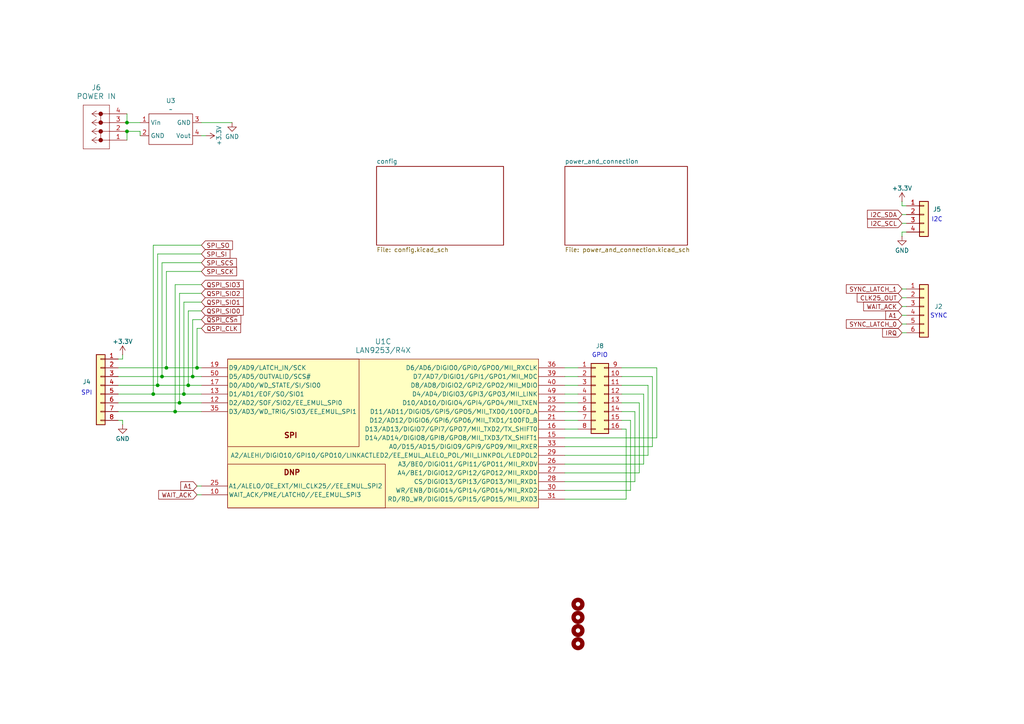
<source format=kicad_sch>
(kicad_sch (version 20231120) (generator "eeschema") (generator_version "8.0")
  (paper "A4")
  (title_block (title "Kyncat") (date "2025-01-03") (rev "0.0.1") (company "Kynsight GmbH") (comment 1 "Git : https://git.keydev.me/kynsight/Kyncathttps://git.keydev.me/kynsight/Kyncat") (comment 2 "EtherCAT devices for various use cases. This one is the first test board"))
  (lib_symbols
    (symbol "370_DCDC_Module:arnie4833"
      (property "Reference" "U" (at -5.588 6.35 0))
      (symbol "arnie4833_0_1"
        (rectangle (start -6.35 5.08) (end 6.35 -3.81))
      )
      (symbol "arnie4833_1_1"
        (pin power_in line (at -8.89 2.54 0) (length 2.54) (name "Vin") (number "1"))
        (pin power_in line (at -8.89 -1.27 0) (length 2.54) (name "GND") (number "2"))
        (pin power_out line (at 8.89 2.54 180) (length 2.54) (name "GND") (number "3"))
        (pin power_in line (at 8.89 -1.27 180) (length 2.54) (name "Vout") (number "4"))
      )
    )
    (symbol "470_specific_microchip:LAN9253_R4X" (pin_names (offset 0.254))
      (property "Reference" "U" (at -38.1 29.464 0))
      (property "Value" "LAN9253/R4X" (at -30.226 -31.242 0))
      (symbol "LAN9253_R4X_1_1"
        (rectangle (start -38.1 27.94) (end 38.1 -29.21) (fill (type background)))
        (polyline (pts (xy 0 -7.62) (xy 38.1 -7.62)))
        (polyline (pts (xy 38.1 13.97) (xy -38.1 13.97)))
        (polyline (pts (xy -38.1 -3.81) (xy 0 -3.81) (xy 0 13.97)))
        (polyline (pts (xy 0 -2.54) (xy 0 -29.21) (xy -38.1 -29.21)))
        (text "INT PORT1" (at 15.748 3.556 0) (effects (font (size 1.524 1.524) (thickness 0.3048) (bold yes))))
        (text "INT PORT2" (at 15.24 -19.05 0) (effects (font (size 1.524 1.524) (thickness 0.3048) (bold yes))))
        (text "OCS" (at -14.224 5.08 0) (effects (font (size 1.524 1.524) (thickness 0.3048) (bold yes))))
        (text "OTHER \nSIGNALS" (at -13.462 -12.954 0) (effects (font (size 1.524 1.524) (thickness 0.3048) (bold yes))))
        (text "POWER" (at -35.306 20.574 900) (effects (font (size 1.524 1.524) (thickness 0.3048) (bold yes))))
        (pin input line (at -45.72 7.62 0) (length 7.62) (name "OSCI") (number "1"))
        (pin bidirectional line (at -45.72 -15.24 0) (length 7.62) (name "RST#") (number "11"))
        (pin power_in line (at -5.08 35.56 270) (length 7.62) (name "VDDIO") (number "14"))
        (pin output line (at -45.72 3.81 0) (length 7.62) (name "OSCO") (number "2"))
        (pin power_in line (at -2.54 35.56 270) (length 7.62) (name "VDDIO") (number "20"))
        (pin power_in line (at 15.24 35.56 270) (length 7.62) (name "VDDCR") (number "24"))
        (pin power_in line (at -45.72 11.43 0) (length 7.62) (name "OSCVDD12") (number "3"))
        (pin power_in line (at 0 35.56 270) (length 7.62) (name "VDDIO") (number "32"))
        (pin power_in line (at 2.54 35.56 270) (length 7.62) (name "VDDIO") (number "37"))
        (pin power_in line (at 17.78 35.56 270) (length 7.62) (name "VDDCR") (number "38"))
        (pin power_out line (at -45.72 0 0) (length 7.62) (name "OSCVSS") (number "4"))
        (pin input line (at -45.72 -26.67 0) (length 7.62) (name "TESTMODE") (number "41"))
        (pin bidirectional line (at -45.72 -19.05 0) (length 7.62) (name "IRQ/LATCH1") (number "44"))
        (pin power_in line (at 5.08 35.56 270) (length 7.62) (name "VDDIO") (number "47"))
        (pin power_in line (at -12.7 35.56 270) (length 7.62) (name "VDD33") (number "5"))
        (pin power_in line (at -30.48 35.56 270) (length 7.62) (name "VDD33TXRX1") (number "51"))
        (pin unspecified line (at 45.72 7.62 180) (length 7.62) (name "TNXA") (number "52"))
        (pin unspecified line (at 45.72 5.08 180) (length 7.62) (name "TXPA") (number "53"))
        (pin unspecified line (at 45.72 2.54 180) (length 7.62) (name "RXNA") (number "54"))
        (pin unspecified line (at 45.72 0 180) (length 7.62) (name "RXPA") (number "55"))
        (pin power_in line (at 25.4 35.56 270) (length 7.62) (name "VDD12TX1") (number "56"))
        (pin unspecified line (at -45.72 -11.43 0) (length 7.62) (name "RBIAS") (number "57"))
        (pin power_in line (at -20.32 35.56 270) (length 7.62) (name "VDD33BIAS") (number "58"))
        (pin power_in line (at 27.94 35.56 270) (length 7.62) (name "VDD12TX2") (number "59"))
        (pin power_in line (at 12.7 35.56 270) (length 7.62) (name "VDDCR") (number "6"))
        (pin unspecified line (at 45.72 -22.86 180) (length 7.62) (name "RXPB") (number "60"))
        (pin unspecified line (at 45.72 -20.32 180) (length 7.62) (name "RXNB") (number "61"))
        (pin unspecified line (at 45.72 -17.78 180) (length 7.62) (name "TXPB") (number "62"))
        (pin unspecified line (at 45.72 -15.24 180) (length 7.62) (name "TXNB") (number "63"))
        (pin power_in line (at -27.94 35.56 270) (length 7.62) (name "VDD33TXRX2") (number "64"))
        (pin power_out line (at 35.56 35.56 270) (length 7.62) (name "GND") (number "65"))
        (pin unspecified line (at -45.72 -7.62 0) (length 7.62) (name "REG_EN") (number "7"))
        (pin bidirectional line (at -45.72 -22.86 0) (length 7.62) (name "CLK_25/CLK_25_EN/XTAL_MODE") (number "8"))
      )
      (symbol "LAN9253_R4X_2_1"
        (rectangle (start -53.34 10.16) (end 50.8 -10.16) (fill (type background)))
        (polyline (pts (xy -53.34 0) (xy 50.8 0)))
        (polyline (pts (xy 0 10.16) (xy 0 -10.16)))
        (text "Clock Sync/Latch \n      (OUT/IN)" (at -12.7 5.08 0) (effects (font (size 1.524 1.524) (thickness 0.3048) (bold yes))))
        (text "I2C\nEEPROM" (at 20.32 -4.826 0) (effects (font (size 1.524 1.524) (thickness 0.3048) (bold yes))))
        (text "MODE" (at 5.334 3.556 0) (effects (font (size 1.524 1.524) (thickness 0.3048) (bold yes))))
        (text "Status" (at -10.414 -3.302 0) (effects (font (size 1.524 1.524) (thickness 0.3048) (bold yes))))
        (pin bidirectional line (at -60.96 7.62 0) (length 7.62) (name "SYNC1/LATCH1/PME") (number "18"))
        (pin bidirectional line (at -60.96 3.81 0) (length 7.62) (name "SYNC0/LATCH0/PME") (number "34"))
        (pin bidirectional line (at 58.42 -3.81 180) (length 7.62) (name "EESDA/TMS/EE_EMUL1") (number "42"))
        (pin bidirectional line (at 58.42 -7.62 180) (length 7.62) (name "EESCL/TCK/EE_EMUL2") (number "43"))
        (pin bidirectional line (at -60.96 -7.62 0) (length 7.62) (name "RUNLED/STATE_RUNLED/E2PSIZE/EE_EMUL0/LEDPOL3") (number "45"))
        (pin bidirectional line (at 58.42 3.81 180) (length 7.62) (name "LINKACTLED1/TDI/CHIP_MODE1/LEDPOL1") (number "46"))
        (pin bidirectional line (at 58.42 7.62 180) (length 7.62) (name "LINKACTLED0/TDO/CHIP_MODE0/100FD_A/LEDPOL0") (number "48"))
        (pin bidirectional line (at -60.96 -3.81 0) (length 7.62) (name "ERRLED/PME/100FD_B/LEDPOL4") (number "9"))
      )
      (symbol "LAN9253_R4X_3_1"
        (rectangle (start -45.72 -11.43) (end 0 -24.13))
        (rectangle (start -45.72 19.05) (end 44.45 -24.13) (fill (type background)))
        (rectangle (start -7.62 19.05) (end -45.72 -6.35))
        (text "DNP" (at -27.0897 -13.8086 0) (effects (font (size 1.524 1.524) (thickness 0.3048) (bold yes))))
        (text "SPI" (at -27.432 -3.048 0) (effects (font (size 1.524 1.524) (thickness 0.3048) (bold yes))))
        (pin bidirectional line (at -53.34 -20.32 0) (length 7.62) (name "WAIT_ACK/PME/LATCH0//EE_EMUL_SPI3") (number "10"))
        (pin bidirectional line (at -53.34 6.35 0) (length 7.62) (name "D2/AD2/SOF/SIO2/EE_EMUL_SPI0") (number "12"))
        (pin bidirectional line (at -53.34 8.89 0) (length 7.62) (name "D1/AD1/EOF/SO/SIO1") (number "13"))
        (pin bidirectional line (at 52.07 -3.81 180) (length 7.62) (name "D14/AD14/DIGIO8/GPI8/GPO8/MII_TXD3/TX_SHIFT1") (number "15"))
        (pin bidirectional line (at 52.07 -1.27 180) (length 7.62) (name "D13/AD13/DIGIO7/GPI7/GPO7/MII_TXD2/TX_SHIFT0") (number "16"))
        (pin bidirectional line (at -53.34 11.43 0) (length 7.62) (name "D0/AD0/WD_STATE/SI/SIO0") (number "17"))
        (pin bidirectional line (at -53.34 16.51 0) (length 7.62) (name "D9/AD9/LATCH_IN/SCK") (number "19"))
        (pin bidirectional line (at 52.07 1.27 180) (length 7.62) (name "D12/AD12/DIGIO6/GPI6/GPO6/MII_TXD1/100FD_B") (number "21"))
        (pin bidirectional line (at 52.07 3.81 180) (length 7.62) (name "D11/AD11/DIGIO5/GPI5/GPO5/MII_TXD0/100FD_A") (number "22"))
        (pin bidirectional line (at 52.07 6.35 180) (length 7.62) (name "D10/AD10/DIGIO4/GPI4/GPO4/MII_TXEN") (number "23"))
        (pin bidirectional line (at -53.34 -17.78 0) (length 7.62) (name "A1/ALELO/OE_EXT/MII_CLK25//EE_EMUL_SPI2") (number "25"))
        (pin bidirectional line (at 52.07 -11.43 180) (length 7.62) (name "A3/BE0/DIGIO11/GPI11/GPO11/MII_RXDV") (number "26"))
        (pin bidirectional line (at 52.07 -13.97 180) (length 7.62) (name "A4/BE1/DIGIO12/GPI12/GPO12/MII_RXD0") (number "27"))
        (pin bidirectional line (at 52.07 -16.51 180) (length 7.62) (name "CS/DIGIO13/GPI13/GPO13/MII_RXD1") (number "28"))
        (pin bidirectional line (at 52.07 -8.89 180) (length 7.62) (name "A2/ALEHI/DIGIO10/GPI10/GPO10/LINKACTLED2/EE_EMUL_ALELO_POL/MII_LINKPOL/LEDPOL2") (number "29"))
        (pin bidirectional line (at 52.07 -19.05 180) (length 7.62) (name "WR/ENB/DIGIO14/GPI14/GPO14/MII_RXD2") (number "30"))
        (pin bidirectional line (at 52.07 -21.59 180) (length 7.62) (name "RD/RD_WR/DIGIO15/GPI15/GPO15/MII_RXD3") (number "31"))
        (pin bidirectional line (at 52.07 -6.35 180) (length 7.62) (name "A0/D15/AD15/DIGIO9/GPI9/GPO9/MII_RXER") (number "33"))
        (pin bidirectional line (at -53.34 3.81 0) (length 7.62) (name "D3/AD3/WD_TRIG/SIO3/EE_EMUL_SPI1") (number "35"))
        (pin bidirectional line (at 52.07 16.51 180) (length 7.62) (name "D6/AD6/DIGIO0/GPI0/GPO0/MII_RXCLK") (number "36"))
        (pin bidirectional line (at 52.07 13.97 180) (length 7.62) (name "D7/AD7/DIGIO1/GPI1/GPO1/MII_MDC") (number "39"))
        (pin bidirectional line (at 52.07 11.43 180) (length 7.62) (name "D8/AD8/DIGIO2/GPI2/GPO2/MII_MDIO") (number "40"))
        (pin bidirectional line (at 52.07 8.89 180) (length 7.62) (name "D4/AD4/DIGIO3/GPI3/GPO3/MII_LINK") (number "49"))
        (pin bidirectional line (at -53.34 13.97 0) (length 7.62) (name "D5/AD5/OUTVALID/SCS#") (number "50"))
      )
    )
    (symbol "810_Cable_To_Board:wago_2060-1452-998-404" (pin_names (offset 0.254))
      (property "Reference" "J" (at -4.826 3.81 0))
      (property "Value" "2060-452/998-404" (at 8.128 3.81 0))
      (symbol "wago_2060-1452-998-404_1_1"
        (polyline (pts (xy 5.08 -10.16) (xy 12.7 -10.16)) (stroke (width 0.127)))
        (polyline (pts (xy 5.08 2.54) (xy 5.08 -10.16)) (stroke (width 0.127)))
        (polyline (pts (xy 7.62 -5.08) (xy 7.62 -7.62)) (stroke (width 0.127)))
        (polyline (pts (xy 7.62 0) (xy 7.62 -2.54)) (stroke (width 0.127)))
        (polyline (pts (xy 10.16 -7.62) (xy 5.08 -7.62)) (stroke (width 0.127)))
        (polyline (pts (xy 10.16 -7.62) (xy 8.89 -8.4667)) (stroke (width 0.127)))
        (polyline (pts (xy 10.16 -7.62) (xy 8.89 -6.7733)) (stroke (width 0.127)))
        (polyline (pts (xy 10.16 -5.08) (xy 5.08 -5.08)) (stroke (width 0.127)))
        (polyline (pts (xy 10.16 -5.08) (xy 8.89 -5.9267)) (stroke (width 0.127)))
        (polyline (pts (xy 10.16 -5.08) (xy 8.89 -4.2333)) (stroke (width 0.127)))
        (polyline (pts (xy 10.16 -2.54) (xy 5.08 -2.54)) (stroke (width 0.127)))
        (polyline (pts (xy 10.16 -2.54) (xy 8.89 -3.3867)) (stroke (width 0.127)))
        (polyline (pts (xy 10.16 -2.54) (xy 8.89 -1.6933)) (stroke (width 0.127)))
        (polyline (pts (xy 10.16 0) (xy 5.08 0)) (stroke (width 0.127)))
        (polyline (pts (xy 10.16 0) (xy 8.89 -0.8467)) (stroke (width 0.127)))
        (polyline (pts (xy 10.16 0) (xy 8.89 0.8467)) (stroke (width 0.127)))
        (polyline (pts (xy 12.7 -10.16) (xy 12.7 2.54)) (stroke (width 0.127)))
        (polyline (pts (xy 12.7 2.54) (xy 5.08 2.54)) (stroke (width 0.127)))
        (circle (center 7.62 -7.62) (radius 0.127) (stroke (width 0.508)))
        (circle (center 7.62 -5.08) (radius 0.127) (stroke (width 0.508)))
        (circle (center 7.62 -2.54) (radius 0.127) (stroke (width 0.508)))
        (circle (center 7.62 0) (radius 0.127) (stroke (width 0.508)))
        (pin unspecified line (at 0 0 0) (length 5.08) (name "") (number "1"))
        (pin unspecified line (at 0 -2.54 0) (length 5.08) (name "") (number "2"))
        (pin unspecified line (at 0 -5.08 0) (length 5.08) (name "") (number "3"))
        (pin unspecified line (at 0 -7.62 0) (length 5.08) (name "") (number "4"))
      )
      (symbol "wago_2060-1452-998-404_1_2"
        (polyline (pts (xy 5.08 -10.16) (xy 12.7 -10.16)) (stroke (width 0.127)))
        (polyline (pts (xy 5.08 2.54) (xy 5.08 -10.16)) (stroke (width 0.127)))
        (polyline (pts (xy 7.62 -5.08) (xy 7.62 -7.62)) (stroke (width 0.127)))
        (polyline (pts (xy 7.62 0) (xy 7.62 -2.54)) (stroke (width 0.127)))
        (polyline (pts (xy 10.16 -7.62) (xy 5.08 -7.62)) (stroke (width 0.127)))
        (polyline (pts (xy 10.16 -7.62) (xy 8.89 -8.4667)) (stroke (width 0.127)))
        (polyline (pts (xy 10.16 -7.62) (xy 8.89 -6.7733)) (stroke (width 0.127)))
        (polyline (pts (xy 10.16 -5.08) (xy 5.08 -5.08)) (stroke (width 0.127)))
        (polyline (pts (xy 10.16 -5.08) (xy 8.89 -5.9267)) (stroke (width 0.127)))
        (polyline (pts (xy 10.16 -5.08) (xy 8.89 -4.2333)) (stroke (width 0.127)))
        (polyline (pts (xy 10.16 -2.54) (xy 5.08 -2.54)) (stroke (width 0.127)))
        (polyline (pts (xy 10.16 -2.54) (xy 8.89 -3.3867)) (stroke (width 0.127)))
        (polyline (pts (xy 10.16 -2.54) (xy 8.89 -1.6933)) (stroke (width 0.127)))
        (polyline (pts (xy 10.16 0) (xy 5.08 0)) (stroke (width 0.127)))
        (polyline (pts (xy 10.16 0) (xy 8.89 -0.8467)) (stroke (width 0.127)))
        (polyline (pts (xy 10.16 0) (xy 8.89 0.8467)) (stroke (width 0.127)))
        (polyline (pts (xy 12.7 -10.16) (xy 12.7 2.54)) (stroke (width 0.127)))
        (polyline (pts (xy 12.7 2.54) (xy 5.08 2.54)) (stroke (width 0.127)))
        (circle (center 7.62 -7.62) (radius 0.127) (stroke (width 0.508)))
        (circle (center 7.62 -5.08) (radius 0.127) (stroke (width 0.508)))
        (circle (center 7.62 -2.54) (radius 0.127) (stroke (width 0.508)))
        (circle (center 7.62 0) (radius 0.127) (stroke (width 0.508)))
        (pin unspecified line (at 0 0 0) (length 5.08) (name "1_1") (number "1"))
        (pin unspecified line (at 0 -2.54 0) (length 5.08) (name "1_2") (number "2"))
        (pin unspecified line (at 0 -5.08 0) (length 5.08) (name "2_1") (number "3"))
        (pin unspecified line (at 0 -7.62 0) (length 5.08) (name "2_2") (number "4"))
      )
    )
    (symbol "Connector_Generic:Conn_01x04" (pin_names (offset 1.016) hide)
      (property "Reference" "J" (at 0 5.08 0))
      (property "Value" "Conn_01x04" (at 0 -7.62 0))
      (symbol "Conn_01x04_1_1"
        (rectangle (start -1.27 -4.953) (end 0 -5.207) (stroke (width 0.1524)))
        (rectangle (start -1.27 -2.413) (end 0 -2.667) (stroke (width 0.1524)))
        (rectangle (start -1.27 0.127) (end 0 -0.127) (stroke (width 0.1524)))
        (rectangle (start -1.27 2.667) (end 0 2.413) (stroke (width 0.1524)))
        (rectangle (start -1.27 3.81) (end 1.27 -6.35) (stroke (width 0.254)) (fill (type background)))
        (pin passive line (at -5.08 2.54 0) (length 3.81) (name "Pin_1") (number "1"))
        (pin passive line (at -5.08 0 0) (length 3.81) (name "Pin_2") (number "2"))
        (pin passive line (at -5.08 -2.54 0) (length 3.81) (name "Pin_3") (number "3"))
        (pin passive line (at -5.08 -5.08 0) (length 3.81) (name "Pin_4") (number "4"))
      )
    )
    (symbol "Connector_Generic:Conn_01x06" (pin_names (offset 1.016) hide)
      (property "Reference" "J" (at 0 7.62 0))
      (property "Value" "Conn_01x06" (at 0 -10.16 0))
      (symbol "Conn_01x06_1_1"
        (rectangle (start -1.27 -7.493) (end 0 -7.747) (stroke (width 0.1524)))
        (rectangle (start -1.27 -4.953) (end 0 -5.207) (stroke (width 0.1524)))
        (rectangle (start -1.27 -2.413) (end 0 -2.667) (stroke (width 0.1524)))
        (rectangle (start -1.27 0.127) (end 0 -0.127) (stroke (width 0.1524)))
        (rectangle (start -1.27 2.667) (end 0 2.413) (stroke (width 0.1524)))
        (rectangle (start -1.27 5.207) (end 0 4.953) (stroke (width 0.1524)))
        (rectangle (start -1.27 6.35) (end 1.27 -8.89) (stroke (width 0.254)) (fill (type background)))
        (pin passive line (at -5.08 5.08 0) (length 3.81) (name "Pin_1") (number "1"))
        (pin passive line (at -5.08 2.54 0) (length 3.81) (name "Pin_2") (number "2"))
        (pin passive line (at -5.08 0 0) (length 3.81) (name "Pin_3") (number "3"))
        (pin passive line (at -5.08 -2.54 0) (length 3.81) (name "Pin_4") (number "4"))
        (pin passive line (at -5.08 -5.08 0) (length 3.81) (name "Pin_5") (number "5"))
        (pin passive line (at -5.08 -7.62 0) (length 3.81) (name "Pin_6") (number "6"))
      )
    )
    (symbol "Connector_Generic:Conn_01x08" (pin_names (offset 1.016) hide)
      (property "Reference" "J" (at 0 10.16 0))
      (property "Value" "Conn_01x08" (at 0 -12.7 0))
      (symbol "Conn_01x08_1_1"
        (rectangle (start -1.27 -10.033) (end 0 -10.287) (stroke (width 0.1524)))
        (rectangle (start -1.27 -7.493) (end 0 -7.747) (stroke (width 0.1524)))
        (rectangle (start -1.27 -4.953) (end 0 -5.207) (stroke (width 0.1524)))
        (rectangle (start -1.27 -2.413) (end 0 -2.667) (stroke (width 0.1524)))
        (rectangle (start -1.27 0.127) (end 0 -0.127) (stroke (width 0.1524)))
        (rectangle (start -1.27 2.667) (end 0 2.413) (stroke (width 0.1524)))
        (rectangle (start -1.27 5.207) (end 0 4.953) (stroke (width 0.1524)))
        (rectangle (start -1.27 7.747) (end 0 7.493) (stroke (width 0.1524)))
        (rectangle (start -1.27 8.89) (end 1.27 -11.43) (stroke (width 0.254)) (fill (type background)))
        (pin passive line (at -5.08 7.62 0) (length 3.81) (name "Pin_1") (number "1"))
        (pin passive line (at -5.08 5.08 0) (length 3.81) (name "Pin_2") (number "2"))
        (pin passive line (at -5.08 2.54 0) (length 3.81) (name "Pin_3") (number "3"))
        (pin passive line (at -5.08 0 0) (length 3.81) (name "Pin_4") (number "4"))
        (pin passive line (at -5.08 -2.54 0) (length 3.81) (name "Pin_5") (number "5"))
        (pin passive line (at -5.08 -5.08 0) (length 3.81) (name "Pin_6") (number "6"))
        (pin passive line (at -5.08 -7.62 0) (length 3.81) (name "Pin_7") (number "7"))
        (pin passive line (at -5.08 -10.16 0) (length 3.81) (name "Pin_8") (number "8"))
      )
    )
    (symbol "Connector_Generic:Conn_02x08_Top_Bottom" (pin_names (offset 1.016) hide)
      (property "Reference" "J" (at 1.27 10.16 0))
      (property "Value" "Conn_02x08_Top_Bottom" (at 1.27 -12.7 0))
      (symbol "Conn_02x08_Top_Bottom_1_1"
        (rectangle (start -1.27 -10.033) (end 0 -10.287) (stroke (width 0.1524)))
        (rectangle (start -1.27 -7.493) (end 0 -7.747) (stroke (width 0.1524)))
        (rectangle (start -1.27 -4.953) (end 0 -5.207) (stroke (width 0.1524)))
        (rectangle (start -1.27 -2.413) (end 0 -2.667) (stroke (width 0.1524)))
        (rectangle (start -1.27 0.127) (end 0 -0.127) (stroke (width 0.1524)))
        (rectangle (start -1.27 2.667) (end 0 2.413) (stroke (width 0.1524)))
        (rectangle (start -1.27 5.207) (end 0 4.953) (stroke (width 0.1524)))
        (rectangle (start -1.27 7.747) (end 0 7.493) (stroke (width 0.1524)))
        (rectangle (start -1.27 8.89) (end 3.81 -11.43) (stroke (width 0.254)) (fill (type background)))
        (rectangle (start 3.81 -10.033) (end 2.54 -10.287) (stroke (width 0.1524)))
        (rectangle (start 3.81 -7.493) (end 2.54 -7.747) (stroke (width 0.1524)))
        (rectangle (start 3.81 -4.953) (end 2.54 -5.207) (stroke (width 0.1524)))
        (rectangle (start 3.81 -2.413) (end 2.54 -2.667) (stroke (width 0.1524)))
        (rectangle (start 3.81 0.127) (end 2.54 -0.127) (stroke (width 0.1524)))
        (rectangle (start 3.81 2.667) (end 2.54 2.413) (stroke (width 0.1524)))
        (rectangle (start 3.81 5.207) (end 2.54 4.953) (stroke (width 0.1524)))
        (rectangle (start 3.81 7.747) (end 2.54 7.493) (stroke (width 0.1524)))
        (pin passive line (at -5.08 7.62 0) (length 3.81) (name "Pin_1") (number "1"))
        (pin passive line (at 7.62 5.08 180) (length 3.81) (name "Pin_10") (number "10"))
        (pin passive line (at 7.62 2.54 180) (length 3.81) (name "Pin_11") (number "11"))
        (pin passive line (at 7.62 0 180) (length 3.81) (name "Pin_12") (number "12"))
        (pin passive line (at 7.62 -2.54 180) (length 3.81) (name "Pin_13") (number "13"))
        (pin passive line (at 7.62 -5.08 180) (length 3.81) (name "Pin_14") (number "14"))
        (pin passive line (at 7.62 -7.62 180) (length 3.81) (name "Pin_15") (number "15"))
        (pin passive line (at 7.62 -10.16 180) (length 3.81) (name "Pin_16") (number "16"))
        (pin passive line (at -5.08 5.08 0) (length 3.81) (name "Pin_2") (number "2"))
        (pin passive line (at -5.08 2.54 0) (length 3.81) (name "Pin_3") (number "3"))
        (pin passive line (at -5.08 0 0) (length 3.81) (name "Pin_4") (number "4"))
        (pin passive line (at -5.08 -2.54 0) (length 3.81) (name "Pin_5") (number "5"))
        (pin passive line (at -5.08 -5.08 0) (length 3.81) (name "Pin_6") (number "6"))
        (pin passive line (at -5.08 -7.62 0) (length 3.81) (name "Pin_7") (number "7"))
        (pin passive line (at -5.08 -10.16 0) (length 3.81) (name "Pin_8") (number "8"))
        (pin passive line (at 7.62 7.62 180) (length 3.81) (name "Pin_9") (number "9"))
      )
    )
    (symbol "Mechanical:MountingHole" (pin_names (offset 1.016)) (exclude_from_sim yes) (in_bom no)
      (property "Reference" "H" (at 0 5.08 0))
      (property "Value" "MountingHole" (at 0 3.175 0))
      (symbol "MountingHole_0_1"
        (circle (center 0 0) (radius 1.27) (stroke (width 1.27)))
      )
    )
    (symbol "power:+3.3V" (power) (pin_numbers hide) (pin_names (offset 0) hide)
      (property "Value" "+3.3V" (at 0 3.556 0))
      (symbol "+3.3V_0_1"
        (polyline (pts (xy -0.762 1.27) (xy 0 2.54)))
        (polyline (pts (xy 0 0) (xy 0 2.54)))
        (polyline (pts (xy 0 2.54) (xy 0.762 1.27)))
      )
      (symbol "+3.3V_1_1"
        (pin power_in line (at 0 0 90) (length 0) (name "~") (number "1"))
      )
    )
    (symbol "power:GND" (power) (pin_numbers hide) (pin_names (offset 0) hide)
      (property "Value" "GND" (at 0 -3.81 0))
      (symbol "GND_0_1"
        (polyline (pts (xy 0 0) (xy 0 -1.27) (xy 1.27 -1.27) (xy 0 -2.54) (xy -1.27 -1.27) (xy 0 -1.27)))
      )
      (symbol "GND_1_1"
        (pin power_in line (at 0 0 270) (length 0) (name "~") (number "1"))
      )
    )
  )
  (junction (at 55.88 109.22))
  (junction (at 45.72 111.76))
  (junction (at 36.83 35.56))
  (junction (at 52.07 116.84))
  (junction (at 57.15 106.68))
  (junction (at 46.99 109.22))
  (junction (at 50.8 119.38))
  (junction (at 36.83 38.1))
  (junction (at 54.61 111.76))
  (junction (at 48.26 106.68))
  (junction (at 44.45 114.3))
  (junction (at 53.34 114.3))
  (wire (pts (xy 53.34 114.3) (xy 58.42 114.3)))
  (wire (pts (xy 187.96 132.08) (xy 187.96 111.76)))
  (wire (pts (xy 163.83 121.92) (xy 167.64 121.92)))
  (wire (pts (xy 46.99 76.2) (xy 58.42 76.2)))
  (wire (pts (xy 50.8 119.38) (xy 50.8 82.55)))
  (wire (pts (xy 53.34 87.63) (xy 58.42 87.63)))
  (wire (pts (xy 181.61 124.46) (xy 180.34 124.46)))
  (wire (pts (xy 187.96 111.76) (xy 180.34 111.76)))
  (wire (pts (xy 261.62 67.31) (xy 262.89 67.31)))
  (wire (pts (xy 262.89 62.23) (xy 261.62 62.23)))
  (wire (pts (xy 182.88 121.92) (xy 180.34 121.92)))
  (wire (pts (xy 44.45 71.12) (xy 58.42 71.12)))
  (wire (pts (xy 58.42 39.37) (xy 59.69 39.37)))
  (wire (pts (xy 50.8 119.38) (xy 58.42 119.38)))
  (wire (pts (xy 184.15 139.7) (xy 184.15 119.38)))
  (wire (pts (xy 52.07 116.84) (xy 58.42 116.84)))
  (wire (pts (xy 35.56 121.92) (xy 34.29 121.92)))
  (wire (pts (xy 182.88 142.24) (xy 182.88 121.92)))
  (wire (pts (xy 163.83 119.38) (xy 167.64 119.38)))
  (wire (pts (xy 163.83 124.46) (xy 167.64 124.46)))
  (wire (pts (xy 36.83 38.1) (xy 40.64 38.1)))
  (wire (pts (xy 55.88 92.71) (xy 58.42 92.71)))
  (wire (pts (xy 262.89 64.77) (xy 261.62 64.77)))
  (wire (pts (xy 34.29 116.84) (xy 52.07 116.84)))
  (wire (pts (xy 180.34 106.68) (xy 190.5 106.68)))
  (wire (pts (xy 36.83 35.56) (xy 40.64 35.56)))
  (wire (pts (xy 40.64 38.1) (xy 40.64 39.37)))
  (wire (pts (xy 34.29 104.14) (xy 35.56 104.14)))
  (wire (pts (xy 34.29 114.3) (xy 44.45 114.3)))
  (wire (pts (xy 57.15 95.25) (xy 58.42 95.25)))
  (wire (pts (xy 261.62 91.44) (xy 262.89 91.44)))
  (wire (pts (xy 46.99 109.22) (xy 46.99 76.2)))
  (wire (pts (xy 186.69 114.3) (xy 180.34 114.3)))
  (wire (pts (xy 57.15 143.51) (xy 58.42 143.51)))
  (wire (pts (xy 35.56 104.14) (xy 35.56 102.87)))
  (wire (pts (xy 52.07 85.09) (xy 58.42 85.09)))
  (wire (pts (xy 36.83 33.02) (xy 36.83 35.56)))
  (wire (pts (xy 186.69 134.62) (xy 186.69 114.3)))
  (wire (pts (xy 261.62 93.98) (xy 262.89 93.98)))
  (wire (pts (xy 48.26 106.68) (xy 48.26 78.74)))
  (wire (pts (xy 163.83 109.22) (xy 167.64 109.22)))
  (wire (pts (xy 45.72 73.66) (xy 58.42 73.66)))
  (wire (pts (xy 54.61 90.17) (xy 58.42 90.17)))
  (wire (pts (xy 57.15 140.97) (xy 58.42 140.97)))
  (wire (pts (xy 261.62 86.36) (xy 262.89 86.36)))
  (wire (pts (xy 163.83 114.3) (xy 167.64 114.3)))
  (wire (pts (xy 261.62 96.52) (xy 262.89 96.52)))
  (wire (pts (xy 261.62 83.82) (xy 262.89 83.82)))
  (wire (pts (xy 185.42 137.16) (xy 185.42 116.84)))
  (wire (pts (xy 45.72 111.76) (xy 54.61 111.76)))
  (wire (pts (xy 34.29 109.22) (xy 46.99 109.22)))
  (wire (pts (xy 261.62 88.9) (xy 262.89 88.9)))
  (wire (pts (xy 36.83 38.1) (xy 36.83 40.64)))
  (wire (pts (xy 55.88 109.22) (xy 58.42 109.22)))
  (wire (pts (xy 34.29 119.38) (xy 50.8 119.38)))
  (wire (pts (xy 58.42 35.56) (xy 67.31 35.56)))
  (wire (pts (xy 163.83 139.7) (xy 184.15 139.7)))
  (wire (pts (xy 35.56 121.92) (xy 35.56 123.19)))
  (wire (pts (xy 261.62 67.31) (xy 261.62 68.58)))
  (wire (pts (xy 54.61 111.76) (xy 58.42 111.76)))
  (wire (pts (xy 34.29 106.68) (xy 48.26 106.68)))
  (wire (pts (xy 185.42 116.84) (xy 180.34 116.84)))
  (wire (pts (xy 189.23 129.54) (xy 189.23 109.22)))
  (wire (pts (xy 55.88 109.22) (xy 55.88 92.71)))
  (wire (pts (xy 181.61 144.78) (xy 181.61 124.46)))
  (wire (pts (xy 44.45 114.3) (xy 44.45 71.12)))
  (wire (pts (xy 57.15 106.68) (xy 58.42 106.68)))
  (wire (pts (xy 48.26 106.68) (xy 57.15 106.68)))
  (wire (pts (xy 46.99 109.22) (xy 55.88 109.22)))
  (wire (pts (xy 190.5 127) (xy 190.5 106.68)))
  (wire (pts (xy 189.23 109.22) (xy 180.34 109.22)))
  (wire (pts (xy 163.83 106.68) (xy 167.64 106.68)))
  (wire (pts (xy 54.61 111.76) (xy 54.61 90.17)))
  (wire (pts (xy 261.62 59.69) (xy 261.62 58.42)))
  (wire (pts (xy 52.07 116.84) (xy 52.07 85.09)))
  (wire (pts (xy 57.15 106.68) (xy 57.15 95.25)))
  (wire (pts (xy 262.89 59.69) (xy 261.62 59.69)))
  (wire (pts (xy 163.83 127) (xy 190.5 127)))
  (wire (pts (xy 44.45 114.3) (xy 53.34 114.3)))
  (wire (pts (xy 163.83 129.54) (xy 189.23 129.54)))
  (wire (pts (xy 48.26 78.74) (xy 58.42 78.74)))
  (wire (pts (xy 184.15 119.38) (xy 180.34 119.38)))
  (wire (pts (xy 53.34 114.3) (xy 53.34 87.63)))
  (wire (pts (xy 45.72 111.76) (xy 45.72 73.66)))
  (wire (pts (xy 163.83 142.24) (xy 182.88 142.24)))
  (wire (pts (xy 163.83 111.76) (xy 167.64 111.76)))
  (wire (pts (xy 163.83 132.08) (xy 187.96 132.08)))
  (wire (pts (xy 163.83 137.16) (xy 185.42 137.16)))
  (wire (pts (xy 163.83 144.78) (xy 181.61 144.78)))
  (wire (pts (xy 163.83 116.84) (xy 167.64 116.84)))
  (wire (pts (xy 34.29 111.76) (xy 45.72 111.76)))
  (wire (pts (xy 50.8 82.55) (xy 58.42 82.55)))
  (wire (pts (xy 163.83 134.62) (xy 186.69 134.62)))
  (text "SYNC" (at 272.288 91.694 0) (effects (font (size 1.27 1.27))))
  (text "GPIO" (at 173.99 103.124 0) (effects (font (size 1.27 1.27))))
  (text "SPI" (at 25.146 114.046 0) (effects (font (size 1.27 1.27))))
  (text "I2C" (at 271.78 63.754 0) (effects (font (size 1.27 1.27))))
  (global_label "I2C_SDA" (shape input) (at 261.62 62.23 180) (property "Intersheetrefs" "${INTERSHEET_REFS}" (effects (hide yes))))
  (global_label "WAIT_ACK" (shape input) (at 261.62 88.9 180) (property "Intersheetrefs" "${INTERSHEET_REFS}" (effects (hide yes))))
  (global_label "A1" (shape input) (at 57.15 140.97 180) (property "Intersheetrefs" "${INTERSHEET_REFS}" (effects (hide yes))))
  (global_label "QSPI_SIO2" (shape input) (at 58.42 85.09 0) (property "Intersheetrefs" "${INTERSHEET_REFS}" (effects (hide yes))))
  (global_label "QSPI_SIO0" (shape input) (at 58.42 90.17 0) (property "Intersheetrefs" "${INTERSHEET_REFS}" (effects (hide yes))))
  (global_label "SPI_SCK" (shape input) (at 58.42 78.74 0) (property "Intersheetrefs" "${INTERSHEET_REFS}" (effects (hide yes))))
  (global_label "WAIT_ACK" (shape input) (at 57.15 143.51 180) (property "Intersheetrefs" "${INTERSHEET_REFS}" (effects (hide yes))))
  (global_label "CLK25_OUT" (shape input) (at 261.62 86.36 180) (property "Intersheetrefs" "${INTERSHEET_REFS}" (effects (hide yes))))
  (global_label "IRQ" (shape input) (at 261.62 96.52 180) (property "Intersheetrefs" "${INTERSHEET_REFS}" (effects (hide yes))))
  (global_label "QSPI_SIO3" (shape input) (at 58.42 82.55 0) (property "Intersheetrefs" "${INTERSHEET_REFS}" (effects (hide yes))))
  (global_label "SYNC_LATCH_1" (shape input) (at 261.62 83.82 180) (property "Intersheetrefs" "${INTERSHEET_REFS}" (effects (hide yes))))
  (global_label "QSPI_CLK" (shape input) (at 58.42 95.25 0) (property "Intersheetrefs" "${INTERSHEET_REFS}" (effects (hide yes))))
  (global_label "I2C_SCL" (shape input) (at 261.62 64.77 180) (property "Intersheetrefs" "${INTERSHEET_REFS}" (effects (hide yes))))
  (global_label "SPI_SI" (shape input) (at 58.42 73.66 0) (property "Intersheetrefs" "${INTERSHEET_REFS}" (effects (hide yes))))
  (global_label "SYNC_LATCH_0" (shape input) (at 261.62 93.98 180) (property "Intersheetrefs" "${INTERSHEET_REFS}" (effects (hide yes))))
  (global_label "SPI_SCS" (shape input) (at 58.42 76.2 0) (property "Intersheetrefs" "${INTERSHEET_REFS}" (effects (hide yes))))
  (global_label "SPI_SO" (shape input) (at 58.42 71.12 0) (property "Intersheetrefs" "${INTERSHEET_REFS}" (effects (hide yes))))
  (global_label "QSPI_SIO1" (shape input) (at 58.42 87.63 0) (property "Intersheetrefs" "${INTERSHEET_REFS}" (effects (hide yes))))
  (global_label "~{QSPI_CSn}" (shape input) (at 58.42 92.71 0) (property "Intersheetrefs" "${INTERSHEET_REFS}" (effects (hide yes))))
  (global_label "A1" (shape input) (at 261.62 91.44 180) (property "Intersheetrefs" "${INTERSHEET_REFS}" (effects (hide yes))))
  (symbol (lib_id "Connector_Generic:Conn_01x04") (at 267.97 62.23 0) (unit 1)
    (property "Reference" "J5" (at 271.78 60.706 0))
    (property "Value" "Conn_01x04" (effects (hide yes)))
    (property "Footprint" "Connector_PinHeader_2.54mm:PinHeader_1x04_P2.54mm_Vertical" (effects (hide yes)))
    (property "Description" "Generic connector, single row, 01x04, script generated (kicad-library-utils/schlib/autogen/connector/)" (effects (hide yes)))
  )
  (symbol (lib_id "Mechanical:MountingHole") (at 167.64 179.07 0) (unit 1) (exclude_from_sim yes) (in_bom no)
    (property "Reference" "H2" (effects (hide yes)))
    (property "Value" "MountingHole" (effects (hide yes)))
    (property "Footprint" "MountingHole:MountingHole_3.2mm_M3_DIN965" (effects (hide yes)))
    (property "Description" "Mounting Hole without connection" (effects (hide yes)))
  )
  (symbol (lib_id "Mechanical:MountingHole") (at 167.64 182.88 0) (unit 1) (exclude_from_sim yes) (in_bom no)
    (property "Reference" "H3" (effects (hide yes)))
    (property "Value" "MountingHole" (effects (hide yes)))
    (property "Footprint" "MountingHole:MountingHole_3.2mm_M3_DIN965" (effects (hide yes)))
    (property "Description" "Mounting Hole without connection" (effects (hide yes)))
  )
  (symbol (lib_id "power:+3.3V") (at 261.62 58.42 0) (mirror y) (unit 1)
    (property "Reference" "#PWR040" (effects (hide yes)))
    (property "Value" "+3.3V" (at 261.62 54.61 0))
    (property "Description" "Power symbol creates a global label with name \"+3.3V\"" (effects (hide yes)))
  )
  (symbol (lib_id "power:+3.3V") (at 35.56 102.87 0) (unit 1)
    (property "Reference" "#PWR039" (effects (hide yes)))
    (property "Value" "+3.3V" (at 35.56 99.06 0))
    (property "Description" "Power symbol creates a global label with name \"+3.3V\"" (effects (hide yes)))
  )
  (symbol (lib_id "power:GND") (at 35.56 123.19 0) (unit 1)
    (property "Reference" "#PWR038" (effects (hide yes)))
    (property "Value" "GND" (at 35.56 127.254 0))
    (property "Description" "Power symbol creates a global label with name \"GND\" , ground" (effects (hide yes)))
  )
  (symbol (lib_id "Connector_Generic:Conn_02x08_Top_Bottom") (at 172.72 114.3 0) (unit 1)
    (property "Reference" "J8" (at 173.99 100.33 0))
    (property "Value" "Conn_02x08_Top_Bottom" (effects (hide yes)))
    (property "Footprint" "Connector_PinHeader_2.54mm:PinHeader_2x08_P2.54mm_Vertical" (effects (hide yes)))
    (property "Description" "Generic connector, double row, 02x08, top/bottom pin numbering scheme (row 1: 1...pins_per_row, row2: pins_per_row+1 ... num_pins), script generated (kicad-library-utils/schlib/autogen/connector/)" (effects (hide yes)))
  )
  (symbol (lib_id "370_DCDC_Module:arnie4833") (at 49.53 38.1 0) (unit 1)
    (property "Reference" "U3" (at 49.53 29.21 0))
    (property "Value" "~" (at 49.53 31.75 0))
    (property "Footprint" "370_DCDC_Module:arnie4433" (effects (hide yes)))
  )
  (symbol (lib_id "810_Cable_To_Board:wago_2060-1452-998-404") (at 36.83 40.64 180) (unit 1)
    (property "Reference" "J6" (at 27.94 25.4 0) (effects (font (size 1.524 1.524))))
    (property "Value" "POWER IN" (at 27.94 27.94 0) (effects (font (size 1.524 1.524))))
    (property "Footprint" "810_connectors_clable_to_Board:wago_2060-1452-998-404" (effects (hide yes)))
    (property "Datasheet" "2060-1452/998-404" (effects (hide yes)))
    (property "Man" "Wago" (effects (hide yes)))
    (property "Man_No" "2060-1452/998-404" (effects (hide yes)))
    (property "Disti" "Digikey" (effects (hide yes)))
    (property "Disti_No" "2946-2060-1452/998-404CT-ND" (effects (hide yes)))
  )
  (symbol (lib_id "Connector_Generic:Conn_01x06") (at 267.97 88.9 0) (unit 1)
    (property "Reference" "J2" (at 271.018 88.9 0) (effects (justify left)))
    (property "Value" "Conn_01x06" (effects (hide yes)))
    (property "Footprint" "Connector_PinHeader_2.54mm:PinHeader_1x06_P2.54mm_Vertical" (effects (hide yes)))
    (property "Description" "Generic connector, single row, 01x06, script generated (kicad-library-utils/schlib/autogen/connector/)" (effects (hide yes)))
  )
  (symbol (lib_id "power:+3.3V") (at 59.69 39.37 270) (unit 1)
    (property "Reference" "#PWR043" (effects (hide yes)))
    (property "Value" "+3.3V" (at 63.5 39.37 0))
    (property "Description" "Power symbol creates a global label with name \"+3.3V\"" (effects (hide yes)))
  )
  (symbol (lib_id "Connector_Generic:Conn_01x08") (at 29.21 111.76 0) (mirror y) (unit 1)
    (property "Reference" "J4" (at 25.146 110.744 0))
    (property "Value" "Conn_01x08" (effects (hide yes)))
    (property "Footprint" "Connector_PinHeader_2.54mm:PinHeader_1x08_P2.54mm_Vertical" (effects (hide yes)))
    (property "Description" "Generic connector, single row, 01x08, script generated (kicad-library-utils/schlib/autogen/connector/)" (effects (hide yes)))
  )
  (symbol (lib_id "power:GND") (at 261.62 68.58 0) (mirror y) (unit 1)
    (property "Reference" "#PWR041" (effects (hide yes)))
    (property "Value" "GND" (at 261.62 72.644 0))
    (property "Description" "Power symbol creates a global label with name \"GND\" , ground" (effects (hide yes)))
  )
  (symbol (lib_id "470_specific_microchip:LAN9253_R4X") (at 111.76 123.19 0) (unit 3)
    (property "Reference" "U1" (at 111.125 99.06 0) (effects (font (size 1.524 1.524))))
    (property "Value" "LAN9253/R4X" (at 111.125 101.6 0) (effects (font (size 1.524 1.524))))
    (property "Footprint" "Package_DFN_QFN:QFN-64-1EP_9x9mm_P0.5mm_EP6x6mm_ThermalVias" (effects (hide yes)))
    (property "Datasheet" "LAN9253/R4X" (effects (hide yes)))
  )
  (symbol (lib_id "Mechanical:MountingHole") (at 167.64 175.26 0) (unit 1) (exclude_from_sim yes) (in_bom no)
    (property "Reference" "H1" (effects (hide yes)))
    (property "Value" "MountingHole" (effects (hide yes)))
    (property "Footprint" "MountingHole:MountingHole_3.2mm_M3_DIN965" (effects (hide yes)))
    (property "Description" "Mounting Hole without connection" (effects (hide yes)))
  )
  (symbol (lib_id "Mechanical:MountingHole") (at 167.64 186.69 0) (unit 1) (exclude_from_sim yes) (in_bom no)
    (property "Reference" "H4" (effects (hide yes)))
    (property "Value" "MountingHole" (effects (hide yes)))
    (property "Footprint" "MountingHole:MountingHole_3.2mm_M3_DIN965" (effects (hide yes)))
    (property "Description" "Mounting Hole without connection" (effects (hide yes)))
  )
  (symbol (lib_id "power:GND") (at 67.31 35.56 0) (unit 1)
    (property "Reference" "#PWR044" (effects (hide yes)))
    (property "Value" "GND" (at 67.31 39.624 0))
    (property "Description" "Power symbol creates a global label with name \"GND\" , ground" (effects (hide yes)))
  )
  (sheet (at 109.22 48.26) (size 36.83 22.86) (stroke (width 0.1524))
    (property "Sheetname" "config" (at 109.22 47.5484 0) (effects (justify left bottom)))
    (property "Sheetfile" "config.kicad_sch" (at 109.22 71.7046 0) (effects (justify left top)))
  )
  (sheet (at 163.83 48.26) (size 35.56 22.86) (stroke (width 0.1524))
    (property "Sheetname" "power_and_connection" (at 163.83 47.5484 0) (effects (justify left bottom)))
    (property "Sheetfile" "power_and_connection.kicad_sch" (at 163.83 71.7046 0) (effects (justify left top)))
  )
)
</source>
